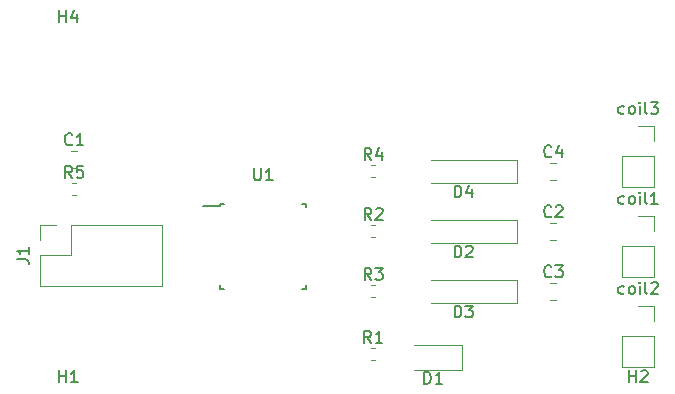
<source format=gbr>
%TF.GenerationSoftware,KiCad,Pcbnew,5.99.0-unknown-1463dd1~101~ubuntu20.04.1*%
%TF.CreationDate,2020-07-08T00:12:39-04:00*%
%TF.ProjectId,Metal Detector,4d657461-6c20-4446-9574-6563746f722e,rev?*%
%TF.SameCoordinates,Original*%
%TF.FileFunction,Legend,Top*%
%TF.FilePolarity,Positive*%
%FSLAX46Y46*%
G04 Gerber Fmt 4.6, Leading zero omitted, Abs format (unit mm)*
G04 Created by KiCad (PCBNEW 5.99.0-unknown-1463dd1~101~ubuntu20.04.1) date 2020-07-08 00:12:39*
%MOMM*%
%LPD*%
G01*
G04 APERTURE LIST*
%ADD10C,0.150000*%
%ADD11C,0.120000*%
G04 APERTURE END LIST*
D10*
%TO.C,H4*%
X179578095Y-82612380D02*
X179578095Y-81612380D01*
X179578095Y-82088571D02*
X180149523Y-82088571D01*
X180149523Y-82612380D02*
X180149523Y-81612380D01*
X181054285Y-81945714D02*
X181054285Y-82612380D01*
X180816190Y-81564761D02*
X180578095Y-82279047D01*
X181197142Y-82279047D01*
%TO.C,H2*%
X227838095Y-113092380D02*
X227838095Y-112092380D01*
X227838095Y-112568571D02*
X228409523Y-112568571D01*
X228409523Y-113092380D02*
X228409523Y-112092380D01*
X228838095Y-112187619D02*
X228885714Y-112140000D01*
X228980952Y-112092380D01*
X229219047Y-112092380D01*
X229314285Y-112140000D01*
X229361904Y-112187619D01*
X229409523Y-112282857D01*
X229409523Y-112378095D01*
X229361904Y-112520952D01*
X228790476Y-113092380D01*
X229409523Y-113092380D01*
%TO.C,H1*%
X179578095Y-113092380D02*
X179578095Y-112092380D01*
X179578095Y-112568571D02*
X180149523Y-112568571D01*
X180149523Y-113092380D02*
X180149523Y-112092380D01*
X181149523Y-113092380D02*
X180578095Y-113092380D01*
X180863809Y-113092380D02*
X180863809Y-112092380D01*
X180768571Y-112235238D01*
X180673333Y-112330476D01*
X180578095Y-112378095D01*
%TO.C,J1*%
X176006380Y-102695333D02*
X176720666Y-102695333D01*
X176863523Y-102742952D01*
X176958761Y-102838190D01*
X177006380Y-102981047D01*
X177006380Y-103076285D01*
X177006380Y-101695333D02*
X177006380Y-102266761D01*
X177006380Y-101981047D02*
X176006380Y-101981047D01*
X176149238Y-102076285D01*
X176244476Y-102171523D01*
X176292095Y-102266761D01*
%TO.C,coil2*%
X227409523Y-105584761D02*
X227314285Y-105632380D01*
X227123809Y-105632380D01*
X227028571Y-105584761D01*
X226980952Y-105537142D01*
X226933333Y-105441904D01*
X226933333Y-105156190D01*
X226980952Y-105060952D01*
X227028571Y-105013333D01*
X227123809Y-104965714D01*
X227314285Y-104965714D01*
X227409523Y-105013333D01*
X227980952Y-105632380D02*
X227885714Y-105584761D01*
X227838095Y-105537142D01*
X227790476Y-105441904D01*
X227790476Y-105156190D01*
X227838095Y-105060952D01*
X227885714Y-105013333D01*
X227980952Y-104965714D01*
X228123809Y-104965714D01*
X228219047Y-105013333D01*
X228266666Y-105060952D01*
X228314285Y-105156190D01*
X228314285Y-105441904D01*
X228266666Y-105537142D01*
X228219047Y-105584761D01*
X228123809Y-105632380D01*
X227980952Y-105632380D01*
X228742857Y-105632380D02*
X228742857Y-104965714D01*
X228742857Y-104632380D02*
X228695238Y-104680000D01*
X228742857Y-104727619D01*
X228790476Y-104680000D01*
X228742857Y-104632380D01*
X228742857Y-104727619D01*
X229361904Y-105632380D02*
X229266666Y-105584761D01*
X229219047Y-105489523D01*
X229219047Y-104632380D01*
X229695238Y-104727619D02*
X229742857Y-104680000D01*
X229838095Y-104632380D01*
X230076190Y-104632380D01*
X230171428Y-104680000D01*
X230219047Y-104727619D01*
X230266666Y-104822857D01*
X230266666Y-104918095D01*
X230219047Y-105060952D01*
X229647619Y-105632380D01*
X230266666Y-105632380D01*
%TO.C,R5*%
X180681333Y-95796380D02*
X180348000Y-95320190D01*
X180109904Y-95796380D02*
X180109904Y-94796380D01*
X180490857Y-94796380D01*
X180586095Y-94844000D01*
X180633714Y-94891619D01*
X180681333Y-94986857D01*
X180681333Y-95129714D01*
X180633714Y-95224952D01*
X180586095Y-95272571D01*
X180490857Y-95320190D01*
X180109904Y-95320190D01*
X181586095Y-94796380D02*
X181109904Y-94796380D01*
X181062285Y-95272571D01*
X181109904Y-95224952D01*
X181205142Y-95177333D01*
X181443238Y-95177333D01*
X181538476Y-95224952D01*
X181586095Y-95272571D01*
X181633714Y-95367809D01*
X181633714Y-95605904D01*
X181586095Y-95701142D01*
X181538476Y-95748761D01*
X181443238Y-95796380D01*
X181205142Y-95796380D01*
X181109904Y-95748761D01*
X181062285Y-95701142D01*
%TO.C,D4*%
X213064404Y-97452380D02*
X213064404Y-96452380D01*
X213302500Y-96452380D01*
X213445357Y-96500000D01*
X213540595Y-96595238D01*
X213588214Y-96690476D01*
X213635833Y-96880952D01*
X213635833Y-97023809D01*
X213588214Y-97214285D01*
X213540595Y-97309523D01*
X213445357Y-97404761D01*
X213302500Y-97452380D01*
X213064404Y-97452380D01*
X214492976Y-96785714D02*
X214492976Y-97452380D01*
X214254880Y-96404761D02*
X214016785Y-97119047D01*
X214635833Y-97119047D01*
%TO.C,D3*%
X213064404Y-107612380D02*
X213064404Y-106612380D01*
X213302500Y-106612380D01*
X213445357Y-106660000D01*
X213540595Y-106755238D01*
X213588214Y-106850476D01*
X213635833Y-107040952D01*
X213635833Y-107183809D01*
X213588214Y-107374285D01*
X213540595Y-107469523D01*
X213445357Y-107564761D01*
X213302500Y-107612380D01*
X213064404Y-107612380D01*
X213969166Y-106612380D02*
X214588214Y-106612380D01*
X214254880Y-106993333D01*
X214397738Y-106993333D01*
X214492976Y-107040952D01*
X214540595Y-107088571D01*
X214588214Y-107183809D01*
X214588214Y-107421904D01*
X214540595Y-107517142D01*
X214492976Y-107564761D01*
X214397738Y-107612380D01*
X214112023Y-107612380D01*
X214016785Y-107564761D01*
X213969166Y-107517142D01*
%TO.C,D2*%
X213064404Y-102532380D02*
X213064404Y-101532380D01*
X213302500Y-101532380D01*
X213445357Y-101580000D01*
X213540595Y-101675238D01*
X213588214Y-101770476D01*
X213635833Y-101960952D01*
X213635833Y-102103809D01*
X213588214Y-102294285D01*
X213540595Y-102389523D01*
X213445357Y-102484761D01*
X213302500Y-102532380D01*
X213064404Y-102532380D01*
X214016785Y-101627619D02*
X214064404Y-101580000D01*
X214159642Y-101532380D01*
X214397738Y-101532380D01*
X214492976Y-101580000D01*
X214540595Y-101627619D01*
X214588214Y-101722857D01*
X214588214Y-101818095D01*
X214540595Y-101960952D01*
X213969166Y-102532380D01*
X214588214Y-102532380D01*
%TO.C,U1*%
X196088095Y-95002380D02*
X196088095Y-95811904D01*
X196135714Y-95907142D01*
X196183333Y-95954761D01*
X196278571Y-96002380D01*
X196469047Y-96002380D01*
X196564285Y-95954761D01*
X196611904Y-95907142D01*
X196659523Y-95811904D01*
X196659523Y-95002380D01*
X197659523Y-96002380D02*
X197088095Y-96002380D01*
X197373809Y-96002380D02*
X197373809Y-95002380D01*
X197278571Y-95145238D01*
X197183333Y-95240476D01*
X197088095Y-95288095D01*
%TO.C,R4*%
X206015833Y-94272380D02*
X205682500Y-93796190D01*
X205444404Y-94272380D02*
X205444404Y-93272380D01*
X205825357Y-93272380D01*
X205920595Y-93320000D01*
X205968214Y-93367619D01*
X206015833Y-93462857D01*
X206015833Y-93605714D01*
X205968214Y-93700952D01*
X205920595Y-93748571D01*
X205825357Y-93796190D01*
X205444404Y-93796190D01*
X206872976Y-93605714D02*
X206872976Y-94272380D01*
X206634880Y-93224761D02*
X206396785Y-93939047D01*
X207015833Y-93939047D01*
%TO.C,R3*%
X206015833Y-104432380D02*
X205682500Y-103956190D01*
X205444404Y-104432380D02*
X205444404Y-103432380D01*
X205825357Y-103432380D01*
X205920595Y-103480000D01*
X205968214Y-103527619D01*
X206015833Y-103622857D01*
X206015833Y-103765714D01*
X205968214Y-103860952D01*
X205920595Y-103908571D01*
X205825357Y-103956190D01*
X205444404Y-103956190D01*
X206349166Y-103432380D02*
X206968214Y-103432380D01*
X206634880Y-103813333D01*
X206777738Y-103813333D01*
X206872976Y-103860952D01*
X206920595Y-103908571D01*
X206968214Y-104003809D01*
X206968214Y-104241904D01*
X206920595Y-104337142D01*
X206872976Y-104384761D01*
X206777738Y-104432380D01*
X206492023Y-104432380D01*
X206396785Y-104384761D01*
X206349166Y-104337142D01*
%TO.C,R2*%
X206015833Y-99352380D02*
X205682500Y-98876190D01*
X205444404Y-99352380D02*
X205444404Y-98352380D01*
X205825357Y-98352380D01*
X205920595Y-98400000D01*
X205968214Y-98447619D01*
X206015833Y-98542857D01*
X206015833Y-98685714D01*
X205968214Y-98780952D01*
X205920595Y-98828571D01*
X205825357Y-98876190D01*
X205444404Y-98876190D01*
X206396785Y-98447619D02*
X206444404Y-98400000D01*
X206539642Y-98352380D01*
X206777738Y-98352380D01*
X206872976Y-98400000D01*
X206920595Y-98447619D01*
X206968214Y-98542857D01*
X206968214Y-98638095D01*
X206920595Y-98780952D01*
X206349166Y-99352380D01*
X206968214Y-99352380D01*
%TO.C,R1*%
X205982333Y-109766380D02*
X205649000Y-109290190D01*
X205410904Y-109766380D02*
X205410904Y-108766380D01*
X205791857Y-108766380D01*
X205887095Y-108814000D01*
X205934714Y-108861619D01*
X205982333Y-108956857D01*
X205982333Y-109099714D01*
X205934714Y-109194952D01*
X205887095Y-109242571D01*
X205791857Y-109290190D01*
X205410904Y-109290190D01*
X206934714Y-109766380D02*
X206363285Y-109766380D01*
X206649000Y-109766380D02*
X206649000Y-108766380D01*
X206553761Y-108909238D01*
X206458523Y-109004476D01*
X206363285Y-109052095D01*
%TO.C,D1*%
X210490904Y-113230380D02*
X210490904Y-112230380D01*
X210729000Y-112230380D01*
X210871857Y-112278000D01*
X210967095Y-112373238D01*
X211014714Y-112468476D01*
X211062333Y-112658952D01*
X211062333Y-112801809D01*
X211014714Y-112992285D01*
X210967095Y-113087523D01*
X210871857Y-113182761D01*
X210729000Y-113230380D01*
X210490904Y-113230380D01*
X212014714Y-113230380D02*
X211443285Y-113230380D01*
X211729000Y-113230380D02*
X211729000Y-112230380D01*
X211633761Y-112373238D01*
X211538523Y-112468476D01*
X211443285Y-112516095D01*
%TO.C,coil3*%
X227409523Y-90344761D02*
X227314285Y-90392380D01*
X227123809Y-90392380D01*
X227028571Y-90344761D01*
X226980952Y-90297142D01*
X226933333Y-90201904D01*
X226933333Y-89916190D01*
X226980952Y-89820952D01*
X227028571Y-89773333D01*
X227123809Y-89725714D01*
X227314285Y-89725714D01*
X227409523Y-89773333D01*
X227980952Y-90392380D02*
X227885714Y-90344761D01*
X227838095Y-90297142D01*
X227790476Y-90201904D01*
X227790476Y-89916190D01*
X227838095Y-89820952D01*
X227885714Y-89773333D01*
X227980952Y-89725714D01*
X228123809Y-89725714D01*
X228219047Y-89773333D01*
X228266666Y-89820952D01*
X228314285Y-89916190D01*
X228314285Y-90201904D01*
X228266666Y-90297142D01*
X228219047Y-90344761D01*
X228123809Y-90392380D01*
X227980952Y-90392380D01*
X228742857Y-90392380D02*
X228742857Y-89725714D01*
X228742857Y-89392380D02*
X228695238Y-89440000D01*
X228742857Y-89487619D01*
X228790476Y-89440000D01*
X228742857Y-89392380D01*
X228742857Y-89487619D01*
X229361904Y-90392380D02*
X229266666Y-90344761D01*
X229219047Y-90249523D01*
X229219047Y-89392380D01*
X229647619Y-89392380D02*
X230266666Y-89392380D01*
X229933333Y-89773333D01*
X230076190Y-89773333D01*
X230171428Y-89820952D01*
X230219047Y-89868571D01*
X230266666Y-89963809D01*
X230266666Y-90201904D01*
X230219047Y-90297142D01*
X230171428Y-90344761D01*
X230076190Y-90392380D01*
X229790476Y-90392380D01*
X229695238Y-90344761D01*
X229647619Y-90297142D01*
%TO.C,coil1*%
X227409523Y-97964761D02*
X227314285Y-98012380D01*
X227123809Y-98012380D01*
X227028571Y-97964761D01*
X226980952Y-97917142D01*
X226933333Y-97821904D01*
X226933333Y-97536190D01*
X226980952Y-97440952D01*
X227028571Y-97393333D01*
X227123809Y-97345714D01*
X227314285Y-97345714D01*
X227409523Y-97393333D01*
X227980952Y-98012380D02*
X227885714Y-97964761D01*
X227838095Y-97917142D01*
X227790476Y-97821904D01*
X227790476Y-97536190D01*
X227838095Y-97440952D01*
X227885714Y-97393333D01*
X227980952Y-97345714D01*
X228123809Y-97345714D01*
X228219047Y-97393333D01*
X228266666Y-97440952D01*
X228314285Y-97536190D01*
X228314285Y-97821904D01*
X228266666Y-97917142D01*
X228219047Y-97964761D01*
X228123809Y-98012380D01*
X227980952Y-98012380D01*
X228742857Y-98012380D02*
X228742857Y-97345714D01*
X228742857Y-97012380D02*
X228695238Y-97060000D01*
X228742857Y-97107619D01*
X228790476Y-97060000D01*
X228742857Y-97012380D01*
X228742857Y-97107619D01*
X229361904Y-98012380D02*
X229266666Y-97964761D01*
X229219047Y-97869523D01*
X229219047Y-97012380D01*
X230266666Y-98012380D02*
X229695238Y-98012380D01*
X229980952Y-98012380D02*
X229980952Y-97012380D01*
X229885714Y-97155238D01*
X229790476Y-97250476D01*
X229695238Y-97298095D01*
%TO.C,C4*%
X221255833Y-93957142D02*
X221208214Y-94004761D01*
X221065357Y-94052380D01*
X220970119Y-94052380D01*
X220827261Y-94004761D01*
X220732023Y-93909523D01*
X220684404Y-93814285D01*
X220636785Y-93623809D01*
X220636785Y-93480952D01*
X220684404Y-93290476D01*
X220732023Y-93195238D01*
X220827261Y-93100000D01*
X220970119Y-93052380D01*
X221065357Y-93052380D01*
X221208214Y-93100000D01*
X221255833Y-93147619D01*
X222112976Y-93385714D02*
X222112976Y-94052380D01*
X221874880Y-93004761D02*
X221636785Y-93719047D01*
X222255833Y-93719047D01*
%TO.C,C3*%
X221255833Y-104117142D02*
X221208214Y-104164761D01*
X221065357Y-104212380D01*
X220970119Y-104212380D01*
X220827261Y-104164761D01*
X220732023Y-104069523D01*
X220684404Y-103974285D01*
X220636785Y-103783809D01*
X220636785Y-103640952D01*
X220684404Y-103450476D01*
X220732023Y-103355238D01*
X220827261Y-103260000D01*
X220970119Y-103212380D01*
X221065357Y-103212380D01*
X221208214Y-103260000D01*
X221255833Y-103307619D01*
X221589166Y-103212380D02*
X222208214Y-103212380D01*
X221874880Y-103593333D01*
X222017738Y-103593333D01*
X222112976Y-103640952D01*
X222160595Y-103688571D01*
X222208214Y-103783809D01*
X222208214Y-104021904D01*
X222160595Y-104117142D01*
X222112976Y-104164761D01*
X222017738Y-104212380D01*
X221732023Y-104212380D01*
X221636785Y-104164761D01*
X221589166Y-104117142D01*
%TO.C,C2*%
X221255833Y-99037142D02*
X221208214Y-99084761D01*
X221065357Y-99132380D01*
X220970119Y-99132380D01*
X220827261Y-99084761D01*
X220732023Y-98989523D01*
X220684404Y-98894285D01*
X220636785Y-98703809D01*
X220636785Y-98560952D01*
X220684404Y-98370476D01*
X220732023Y-98275238D01*
X220827261Y-98180000D01*
X220970119Y-98132380D01*
X221065357Y-98132380D01*
X221208214Y-98180000D01*
X221255833Y-98227619D01*
X221636785Y-98227619D02*
X221684404Y-98180000D01*
X221779642Y-98132380D01*
X222017738Y-98132380D01*
X222112976Y-98180000D01*
X222160595Y-98227619D01*
X222208214Y-98322857D01*
X222208214Y-98418095D01*
X222160595Y-98560952D01*
X221589166Y-99132380D01*
X222208214Y-99132380D01*
%TO.C,C1*%
X180681333Y-92941142D02*
X180633714Y-92988761D01*
X180490857Y-93036380D01*
X180395619Y-93036380D01*
X180252761Y-92988761D01*
X180157523Y-92893523D01*
X180109904Y-92798285D01*
X180062285Y-92607809D01*
X180062285Y-92464952D01*
X180109904Y-92274476D01*
X180157523Y-92179238D01*
X180252761Y-92084000D01*
X180395619Y-92036380D01*
X180490857Y-92036380D01*
X180633714Y-92084000D01*
X180681333Y-92131619D01*
X181633714Y-93036380D02*
X181062285Y-93036380D01*
X181348000Y-93036380D02*
X181348000Y-92036380D01*
X181252761Y-92179238D01*
X181157523Y-92274476D01*
X181062285Y-92322095D01*
D11*
%TO.C,J1*%
X177994000Y-101092000D02*
X177994000Y-99762000D01*
X177994000Y-99762000D02*
X179324000Y-99762000D01*
X177994000Y-102362000D02*
X180594000Y-102362000D01*
X180594000Y-102362000D02*
X180594000Y-99762000D01*
X180594000Y-99762000D02*
X188274000Y-99762000D01*
X188274000Y-104962000D02*
X188274000Y-99762000D01*
X177994000Y-104962000D02*
X188274000Y-104962000D01*
X177994000Y-104962000D02*
X177994000Y-102362000D01*
%TO.C,coil2*%
X228600000Y-106620000D02*
X229930000Y-106620000D01*
X229930000Y-106620000D02*
X229930000Y-107950000D01*
X229930000Y-109220000D02*
X229930000Y-111820000D01*
X227270000Y-111820000D02*
X229930000Y-111820000D01*
X227270000Y-109220000D02*
X227270000Y-111820000D01*
X227270000Y-109220000D02*
X229930000Y-109220000D01*
%TO.C,R5*%
X180676733Y-97284000D02*
X181019267Y-97284000D01*
X180676733Y-96264000D02*
X181019267Y-96264000D01*
%TO.C,D4*%
X218352500Y-94250000D02*
X211052500Y-94250000D01*
X218352500Y-96250000D02*
X218352500Y-94250000D01*
X211052500Y-96250000D02*
X218352500Y-96250000D01*
%TO.C,D3*%
X218352500Y-104410000D02*
X211052500Y-104410000D01*
X218352500Y-106410000D02*
X218352500Y-104410000D01*
X211052500Y-106410000D02*
X218352500Y-106410000D01*
%TO.C,D2*%
X218352500Y-99330000D02*
X211052500Y-99330000D01*
X218352500Y-101330000D02*
X218352500Y-99330000D01*
X211052500Y-101330000D02*
X218352500Y-101330000D01*
D10*
%TO.C,U1*%
X193225000Y-98200000D02*
X191800000Y-98200000D01*
X200475000Y-97975000D02*
X200150000Y-97975000D01*
X200475000Y-105225000D02*
X200150000Y-105225000D01*
X193225000Y-105225000D02*
X193550000Y-105225000D01*
X193225000Y-97975000D02*
X193550000Y-97975000D01*
X193225000Y-105225000D02*
X193225000Y-104900000D01*
X200475000Y-105225000D02*
X200475000Y-104900000D01*
X200475000Y-97975000D02*
X200475000Y-98300000D01*
X193225000Y-97975000D02*
X193225000Y-98200000D01*
D11*
%TO.C,R4*%
X206011233Y-95760000D02*
X206353767Y-95760000D01*
X206011233Y-94740000D02*
X206353767Y-94740000D01*
%TO.C,R3*%
X206011233Y-105920000D02*
X206353767Y-105920000D01*
X206011233Y-104900000D02*
X206353767Y-104900000D01*
%TO.C,R2*%
X206011233Y-100840000D02*
X206353767Y-100840000D01*
X206011233Y-99820000D02*
X206353767Y-99820000D01*
%TO.C,R1*%
X205977733Y-111254000D02*
X206320267Y-111254000D01*
X205977733Y-110234000D02*
X206320267Y-110234000D01*
%TO.C,D1*%
X213714000Y-109913000D02*
X209629000Y-109913000D01*
X213714000Y-112083000D02*
X213714000Y-109913000D01*
X209629000Y-112083000D02*
X213714000Y-112083000D01*
%TO.C,coil3*%
X228600000Y-91380000D02*
X229930000Y-91380000D01*
X229930000Y-91380000D02*
X229930000Y-92710000D01*
X229930000Y-93980000D02*
X229930000Y-96580000D01*
X227270000Y-96580000D02*
X229930000Y-96580000D01*
X227270000Y-93980000D02*
X227270000Y-96580000D01*
X227270000Y-93980000D02*
X229930000Y-93980000D01*
%TO.C,coil1*%
X228600000Y-99000000D02*
X229930000Y-99000000D01*
X229930000Y-99000000D02*
X229930000Y-100330000D01*
X229930000Y-101600000D02*
X229930000Y-104200000D01*
X227270000Y-104200000D02*
X229930000Y-104200000D01*
X227270000Y-101600000D02*
X227270000Y-104200000D01*
X227270000Y-101600000D02*
X229930000Y-101600000D01*
%TO.C,C4*%
X221161248Y-95960000D02*
X221683752Y-95960000D01*
X221161248Y-94540000D02*
X221683752Y-94540000D01*
%TO.C,C3*%
X221161248Y-106120000D02*
X221683752Y-106120000D01*
X221161248Y-104700000D02*
X221683752Y-104700000D01*
%TO.C,C2*%
X221161248Y-101040000D02*
X221683752Y-101040000D01*
X221161248Y-99620000D02*
X221683752Y-99620000D01*
%TO.C,C1*%
X180586748Y-94944000D02*
X181109252Y-94944000D01*
X180586748Y-93524000D02*
X181109252Y-93524000D01*
%TD*%
M02*

</source>
